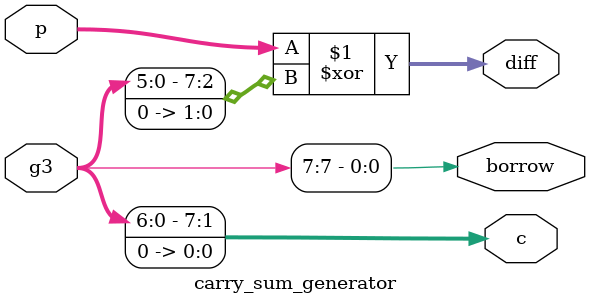
<source format=v>
module subtractor_8bit_borrow_detect (
    input [7:0] a,
    input [7:0] b,
    output [7:0] diff,
    output borrow
);

    wire [7:0] b_comp;
    wire [7:0] g, p;
    wire [7:0] c;

    // Complement module
    complement_8bit comp_inst (
        .b(b),
        .b_comp(b_comp)
    );

    // Generate and Propagate module
    gp_generator gp_inst (
        .a(a),
        .b_comp(b_comp),
        .g(g),
        .p(p)
    );

    // Parallel Prefix Network module
    wire [7:0] g3, p3;
    parallel_prefix_network ppn_inst (
        .g(g),
        .p(p),
        .g_out(g3),
        .p_out(p3)
    );

    // Carry and Sum module
    carry_sum_generator csg_inst (
        .g3(g3),
        .p(p),
        .c(c),
        .borrow(borrow),
        .diff(diff)
    );

endmodule

module complement_8bit (
    input [7:0] b,
    output [7:0] b_comp
);
    assign b_comp = ~b;
endmodule

module gp_generator (
    input [7:0] a,
    input [7:0] b_comp,
    output [7:0] g,
    output [7:0] p
);
    assign g = a & b_comp;
    assign p = a ^ b_comp;
endmodule

module parallel_prefix_network (
    input [7:0] g,
    input [7:0] p,
    output [7:0] g_out,
    output [7:0] p_out
);
    wire [7:0] g1, p1;
    wire [7:0] g2, p2;

    // First level
    assign g1[0] = g[0];
    assign p1[0] = p[0];
    assign g1[1] = g[1] | (p[1] & g[0]);
    assign p1[1] = p[1] & p[0];
    assign g1[2] = g[2] | (p[2] & g[1]);
    assign p1[2] = p[2] & p[1];
    assign g1[3] = g[3] | (p[3] & g[2]);
    assign p1[3] = p[3] & p[2];
    assign g1[4] = g[4] | (p[4] & g[3]);
    assign p1[4] = p[4] & p[3];
    assign g1[5] = g[5] | (p[5] & g[4]);
    assign p1[5] = p[5] & p[4];
    assign g1[6] = g[6] | (p[6] & g[5]);
    assign p1[6] = p[6] & p[5];
    assign g1[7] = g[7] | (p[7] & g[6]);
    assign p1[7] = p[7] & p[6];

    // Second level
    assign g2[0] = g1[0];
    assign p2[0] = p1[0];
    assign g2[1] = g1[1];
    assign p2[1] = p1[1];
    assign g2[2] = g1[2] | (p1[2] & g1[0]);
    assign p2[2] = p1[2] & p1[0];
    assign g2[3] = g1[3] | (p1[3] & g1[1]);
    assign p2[3] = p1[3] & p1[1];
    assign g2[4] = g1[4] | (p1[4] & g1[2]);
    assign p2[4] = p1[4] & p1[2];
    assign g2[5] = g1[5] | (p1[5] & g1[3]);
    assign p2[5] = p1[5] & p1[3];
    assign g2[6] = g1[6] | (p1[6] & g1[4]);
    assign p2[6] = p1[6] & p1[4];
    assign g2[7] = g1[7] | (p1[7] & g1[5]);
    assign p2[7] = p1[7] & p1[5];

    // Third level
    assign g_out[0] = g2[0];
    assign p_out[0] = p2[0];
    assign g_out[1] = g2[1];
    assign p_out[1] = p2[1];
    assign g_out[2] = g2[2];
    assign p_out[2] = p2[2];
    assign g_out[3] = g2[3];
    assign p_out[3] = p2[3];
    assign g_out[4] = g2[4] | (p2[4] & g2[0]);
    assign p_out[4] = p2[4] & p2[0];
    assign g_out[5] = g2[5] | (p2[5] & g2[1]);
    assign p_out[5] = p2[5] & p2[1];
    assign g_out[6] = g2[6] | (p2[6] & g2[2]);
    assign p_out[6] = p2[6] & p2[2];
    assign g_out[7] = g2[7] | (p2[7] & g2[3]);
    assign p_out[7] = p2[7] & p2[3];
endmodule

module carry_sum_generator (
    input [7:0] g3,
    input [7:0] p,
    output [7:0] c,
    output borrow,
    output [7:0] diff
);
    assign c[0] = 1'b0;
    assign c[1] = g3[0];
    assign c[2] = g3[1];
    assign c[3] = g3[2];
    assign c[4] = g3[3];
    assign c[5] = g3[4];
    assign c[6] = g3[5];
    assign c[7] = g3[6];
    assign borrow = g3[7];
    assign diff = p ^ {c[6:0], 1'b0};
endmodule
</source>
